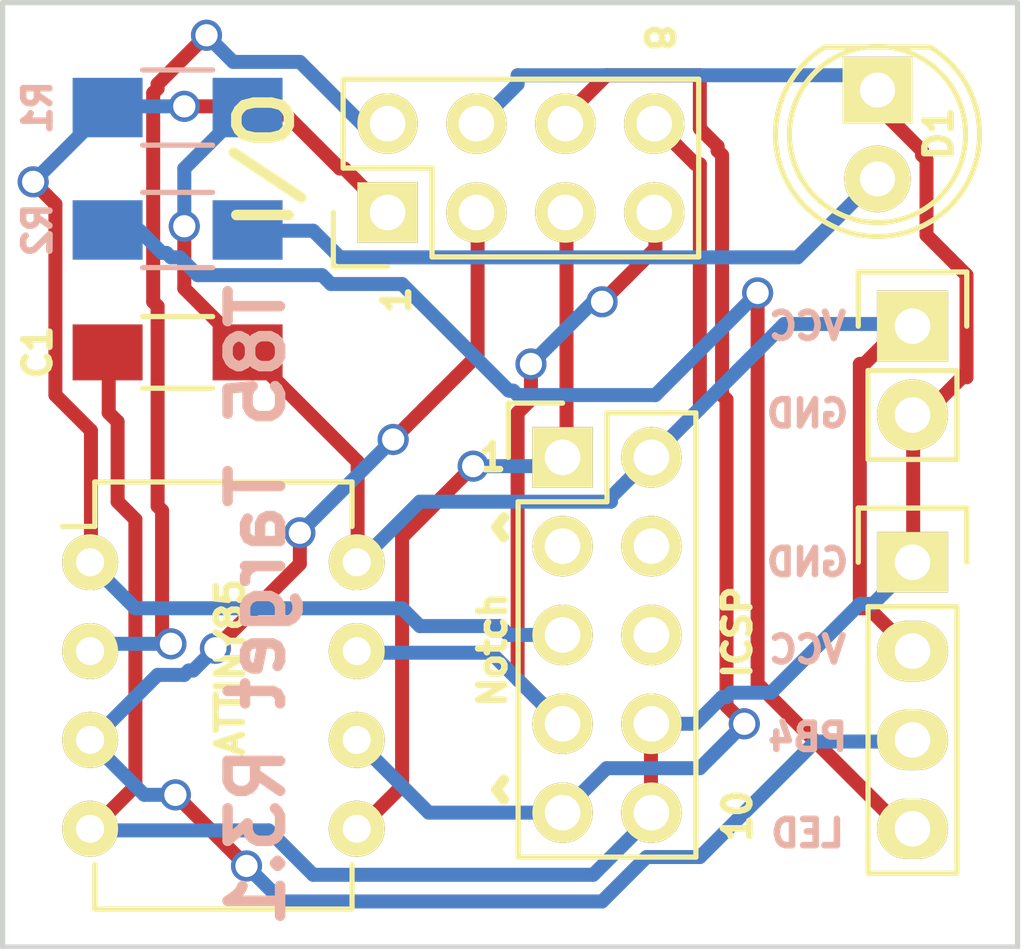
<source format=kicad_pcb>
(kicad_pcb (version 4) (host pcbnew 4.0.1-stable)

  (general
    (links 27)
    (no_connects 0)
    (area 125.783999 97.575 155.912 125.075001)
    (thickness 1.6)
    (drawings 25)
    (tracks 234)
    (zones 0)
    (modules 9)
    (nets 14)
  )

  (page A4)
  (layers
    (0 F.Cu signal)
    (31 B.Cu signal)
    (32 B.Adhes user)
    (33 F.Adhes user)
    (34 B.Paste user)
    (35 F.Paste user)
    (36 B.SilkS user)
    (37 F.SilkS user)
    (38 B.Mask user)
    (39 F.Mask user)
    (40 Dwgs.User user)
    (41 Cmts.User user)
    (42 Eco1.User user)
    (43 Eco2.User user)
    (44 Edge.Cuts user)
    (45 Margin user)
    (46 B.CrtYd user)
    (47 F.CrtYd user)
    (48 B.Fab user)
    (49 F.Fab user)
  )

  (setup
    (last_trace_width 0.4)
    (trace_clearance 0.2)
    (zone_clearance 0.508)
    (zone_45_only no)
    (trace_min 0.4)
    (segment_width 0.2)
    (edge_width 0.15)
    (via_size 0.889)
    (via_drill 0.635)
    (via_min_size 0.889)
    (via_min_drill 0.508)
    (uvia_size 0.508)
    (uvia_drill 0.127)
    (uvias_allowed no)
    (uvia_min_size 0.508)
    (uvia_min_drill 0.127)
    (pcb_text_width 0.3)
    (pcb_text_size 1.5 1.5)
    (mod_edge_width 0.15)
    (mod_text_size 1 1)
    (mod_text_width 0.15)
    (pad_size 1.524 1.524)
    (pad_drill 0.762)
    (pad_to_mask_clearance 0.2)
    (aux_axis_origin 0 0)
    (visible_elements 7FFFFFFF)
    (pcbplotparams
      (layerselection 0x010f0_80000001)
      (usegerberextensions false)
      (excludeedgelayer true)
      (linewidth 0.100000)
      (plotframeref false)
      (viasonmask false)
      (mode 1)
      (useauxorigin false)
      (hpglpennumber 1)
      (hpglpenspeed 20)
      (hpglpendiameter 15)
      (hpglpenoverlay 2)
      (psnegative false)
      (psa4output false)
      (plotreference true)
      (plotvalue true)
      (plotinvisibletext false)
      (padsonsilk false)
      (subtractmaskfromsilk false)
      (outputformat 1)
      (mirror false)
      (drillshape 0)
      (scaleselection 1)
      (outputdirectory ""))
  )

  (net 0 "")
  (net 1 +5V)
  (net 2 GND)
  (net 3 "Net-(D1-Pad2)")
  (net 4 1)
  (net 5 2)
  (net 6 3)
  (net 7 5)
  (net 8 6)
  (net 9 7)
  (net 10 "Net-(P1-Pad3)")
  (net 11 "Net-(P1-Pad4)")
  (net 12 "Net-(P1-Pad6)")
  (net 13 LED)

  (net_class Default "This is the default net class."
    (clearance 0.2)
    (trace_width 0.4)
    (via_dia 0.889)
    (via_drill 0.635)
    (uvia_dia 0.508)
    (uvia_drill 0.127)
    (add_net +5V)
    (add_net 1)
    (add_net 2)
    (add_net 3)
    (add_net 5)
    (add_net 6)
    (add_net 7)
    (add_net GND)
    (add_net LED)
    (add_net "Net-(D1-Pad2)")
    (add_net "Net-(P1-Pad3)")
    (add_net "Net-(P1-Pad4)")
    (add_net "Net-(P1-Pad6)")
  )

  (module Pin_Headers:Pin_Header_Straight_2x04 (layer F.Cu) (tedit 573F66CD) (tstamp 573F5F5A)
    (at 137 104 90)
    (descr "Through hole pin header")
    (tags "pin header")
    (path /568AA883)
    (fp_text reference "" (at 0 -5.1 90) (layer F.SilkS)
      (effects (font (size 1 1) (thickness 0.15)))
    )
    (fp_text value "" (at 0 -3.1 90) (layer F.Fab)
      (effects (font (size 1 1) (thickness 0.15)))
    )
    (fp_line (start -1.75 -1.75) (end -1.75 9.4) (layer F.CrtYd) (width 0.05))
    (fp_line (start 4.3 -1.75) (end 4.3 9.4) (layer F.CrtYd) (width 0.05))
    (fp_line (start -1.75 -1.75) (end 4.3 -1.75) (layer F.CrtYd) (width 0.05))
    (fp_line (start -1.75 9.4) (end 4.3 9.4) (layer F.CrtYd) (width 0.05))
    (fp_line (start -1.27 1.27) (end -1.27 8.89) (layer F.SilkS) (width 0.15))
    (fp_line (start -1.27 8.89) (end 3.81 8.89) (layer F.SilkS) (width 0.15))
    (fp_line (start 3.81 8.89) (end 3.81 -1.27) (layer F.SilkS) (width 0.15))
    (fp_line (start 3.81 -1.27) (end 1.27 -1.27) (layer F.SilkS) (width 0.15))
    (fp_line (start 0 -1.55) (end -1.55 -1.55) (layer F.SilkS) (width 0.15))
    (fp_line (start 1.27 -1.27) (end 1.27 1.27) (layer F.SilkS) (width 0.15))
    (fp_line (start 1.27 1.27) (end -1.27 1.27) (layer F.SilkS) (width 0.15))
    (fp_line (start -1.55 -1.55) (end -1.55 0) (layer F.SilkS) (width 0.15))
    (pad 1 thru_hole rect (at 0 0 90) (size 1.7272 1.7272) (drill 1.016) (layers *.Cu *.Mask F.SilkS)
      (net 4 1))
    (pad 2 thru_hole oval (at 2.54 0 90) (size 1.7272 1.7272) (drill 1.016) (layers *.Cu *.Mask F.SilkS)
      (net 5 2))
    (pad 3 thru_hole oval (at 0 2.54 90) (size 1.7272 1.7272) (drill 1.016) (layers *.Cu *.Mask F.SilkS)
      (net 6 3))
    (pad 4 thru_hole oval (at 2.54 2.54 90) (size 1.7272 1.7272) (drill 1.016) (layers *.Cu *.Mask F.SilkS)
      (net 2 GND))
    (pad 5 thru_hole oval (at 0 5.08 90) (size 1.7272 1.7272) (drill 1.016) (layers *.Cu *.Mask F.SilkS)
      (net 7 5))
    (pad 6 thru_hole oval (at 2.54 5.08 90) (size 1.7272 1.7272) (drill 1.016) (layers *.Cu *.Mask F.SilkS)
      (net 8 6))
    (pad 7 thru_hole oval (at 0 7.62 90) (size 1.7272 1.7272) (drill 1.016) (layers *.Cu *.Mask F.SilkS)
      (net 9 7))
    (pad 8 thru_hole oval (at 2.54 7.62 90) (size 1.7272 1.7272) (drill 1.016) (layers *.Cu *.Mask F.SilkS)
      (net 1 +5V))
    (model Pin_Headers.3dshapes/Pin_Header_Straight_2x04.wrl
      (at (xyz 0.05 -0.15 0))
      (scale (xyz 1 1 1))
      (rotate (xyz 0 0 90))
    )
  )

  (module Pin_Headers:Pin_Header_Straight_2x05 (layer F.Cu) (tedit 573F6600) (tstamp 573F5F42)
    (at 142 111)
    (descr "Through hole pin header")
    (tags "pin header")
    (path /568AA822)
    (fp_text reference "" (at 0 -5.1) (layer F.SilkS)
      (effects (font (size 1 1) (thickness 0.15)))
    )
    (fp_text value "" (at 0 -3.1) (layer F.Fab)
      (effects (font (size 1 1) (thickness 0.15)))
    )
    (fp_line (start -1.75 -1.75) (end -1.75 11.95) (layer F.CrtYd) (width 0.05))
    (fp_line (start 4.3 -1.75) (end 4.3 11.95) (layer F.CrtYd) (width 0.05))
    (fp_line (start -1.75 -1.75) (end 4.3 -1.75) (layer F.CrtYd) (width 0.05))
    (fp_line (start -1.75 11.95) (end 4.3 11.95) (layer F.CrtYd) (width 0.05))
    (fp_line (start 3.81 -1.27) (end 3.81 11.43) (layer F.SilkS) (width 0.15))
    (fp_line (start 3.81 11.43) (end -1.27 11.43) (layer F.SilkS) (width 0.15))
    (fp_line (start -1.27 11.43) (end -1.27 1.27) (layer F.SilkS) (width 0.15))
    (fp_line (start 3.81 -1.27) (end 1.27 -1.27) (layer F.SilkS) (width 0.15))
    (fp_line (start 0 -1.55) (end -1.55 -1.55) (layer F.SilkS) (width 0.15))
    (fp_line (start 1.27 -1.27) (end 1.27 1.27) (layer F.SilkS) (width 0.15))
    (fp_line (start 1.27 1.27) (end -1.27 1.27) (layer F.SilkS) (width 0.15))
    (fp_line (start -1.55 -1.55) (end -1.55 0) (layer F.SilkS) (width 0.15))
    (pad 1 thru_hole rect (at 0 0) (size 1.7272 1.7272) (drill 1.016) (layers *.Cu *.Mask F.SilkS)
      (net 7 5))
    (pad 2 thru_hole oval (at 2.54 0) (size 1.7272 1.7272) (drill 1.016) (layers *.Cu *.Mask F.SilkS)
      (net 1 +5V))
    (pad 3 thru_hole oval (at 0 2.54) (size 1.7272 1.7272) (drill 1.016) (layers *.Cu *.Mask F.SilkS)
      (net 10 "Net-(P1-Pad3)"))
    (pad 4 thru_hole oval (at 2.54 2.54) (size 1.7272 1.7272) (drill 1.016) (layers *.Cu *.Mask F.SilkS)
      (net 11 "Net-(P1-Pad4)"))
    (pad 5 thru_hole oval (at 0 5.08) (size 1.7272 1.7272) (drill 1.016) (layers *.Cu *.Mask F.SilkS)
      (net 4 1))
    (pad 6 thru_hole oval (at 2.54 5.08) (size 1.7272 1.7272) (drill 1.016) (layers *.Cu *.Mask F.SilkS)
      (net 12 "Net-(P1-Pad6)"))
    (pad 7 thru_hole oval (at 0 7.62) (size 1.7272 1.7272) (drill 1.016) (layers *.Cu *.Mask F.SilkS)
      (net 9 7))
    (pad 8 thru_hole oval (at 2.54 7.62) (size 1.7272 1.7272) (drill 1.016) (layers *.Cu *.Mask F.SilkS)
      (net 2 GND))
    (pad 9 thru_hole oval (at 0 10.16) (size 1.7272 1.7272) (drill 1.016) (layers *.Cu *.Mask F.SilkS)
      (net 8 6))
    (pad 10 thru_hole oval (at 2.54 10.16) (size 1.7272 1.7272) (drill 1.016) (layers *.Cu *.Mask F.SilkS)
      (net 2 GND))
    (model Pin_Headers.3dshapes/Pin_Header_Straight_2x05.wrl
      (at (xyz 0.05 -0.2 0))
      (scale (xyz 1 1 1))
      (rotate (xyz 0 0 90))
    )
  )

  (module Capacitors_SMD:C_1206_HandSoldering (layer F.Cu) (tedit 573F660B) (tstamp 573F5F05)
    (at 131 108 180)
    (descr "Capacitor SMD 1206, hand soldering")
    (tags "capacitor 1206")
    (path /568AC324)
    (attr smd)
    (fp_text reference "" (at 0 -2.3 180) (layer F.SilkS)
      (effects (font (size 1 1) (thickness 0.15)))
    )
    (fp_text value "" (at 0 2.3 180) (layer F.Fab)
      (effects (font (size 1 1) (thickness 0.15)))
    )
    (fp_line (start -3.3 -1.15) (end 3.3 -1.15) (layer F.CrtYd) (width 0.05))
    (fp_line (start -3.3 1.15) (end 3.3 1.15) (layer F.CrtYd) (width 0.05))
    (fp_line (start -3.3 -1.15) (end -3.3 1.15) (layer F.CrtYd) (width 0.05))
    (fp_line (start 3.3 -1.15) (end 3.3 1.15) (layer F.CrtYd) (width 0.05))
    (fp_line (start 1 -1.025) (end -1 -1.025) (layer F.SilkS) (width 0.15))
    (fp_line (start -1 1.025) (end 1 1.025) (layer F.SilkS) (width 0.15))
    (pad 1 smd rect (at -2 0 180) (size 2 1.6) (layers F.Cu F.Paste F.Mask)
      (net 1 +5V))
    (pad 2 smd rect (at 2 0 180) (size 2 1.6) (layers F.Cu F.Paste F.Mask)
      (net 2 GND))
    (model Capacitors_SMD.3dshapes/C_1206_HandSoldering.wrl
      (at (xyz 0 0 0))
      (scale (xyz 1 1 1))
      (rotate (xyz 0 0 0))
    )
  )

  (module LEDs:LED-5MM (layer F.Cu) (tedit 573F65B8) (tstamp 573F5F11)
    (at 151 100.5 270)
    (descr "LED 5mm round vertical")
    (tags "LED 5mm round vertical")
    (path /568AA993)
    (fp_text reference "" (at 1.524 4.064 270) (layer F.SilkS)
      (effects (font (size 1 1) (thickness 0.15)))
    )
    (fp_text value "" (at 1.524 -3.937 270) (layer F.Fab)
      (effects (font (size 1 1) (thickness 0.15)))
    )
    (fp_line (start -1.5 -1.55) (end -1.5 1.55) (layer F.CrtYd) (width 0.05))
    (fp_arc (start 1.3 0) (end -1.5 1.55) (angle -302) (layer F.CrtYd) (width 0.05))
    (fp_arc (start 1.27 0) (end -1.23 -1.5) (angle 297.5) (layer F.SilkS) (width 0.15))
    (fp_line (start -1.23 1.5) (end -1.23 -1.5) (layer F.SilkS) (width 0.15))
    (fp_circle (center 1.27 0) (end 0.97 -2.5) (layer F.SilkS) (width 0.15))
    (fp_text user "" (at -1.905 1.905 270) (layer F.SilkS)
      (effects (font (size 1 1) (thickness 0.15)))
    )
    (pad 1 thru_hole rect (at 0 0) (size 2 1.9) (drill 1.00076) (layers *.Cu *.Mask F.SilkS)
      (net 2 GND))
    (pad 2 thru_hole circle (at 2.54 0 270) (size 1.9 1.9) (drill 1.00076) (layers *.Cu *.Mask F.SilkS)
      (net 3 "Net-(D1-Pad2)"))
    (model LEDs.3dshapes/LED-5MM.wrl
      (at (xyz 0.05 0 0))
      (scale (xyz 1 1 1))
      (rotate (xyz 0 0 90))
    )
  )

  (module Housings_DIP:DIP-8_W7.62mm (layer F.Cu) (tedit 573F6617) (tstamp 573F5F28)
    (at 128.5 114)
    (descr "8-lead dip package, row spacing 7.62 mm (300 mils)")
    (tags "dil dip 2.54 300")
    (path /568AA7DD)
    (fp_text reference "" (at 0 -5.22) (layer F.SilkS)
      (effects (font (size 1 1) (thickness 0.15)))
    )
    (fp_text value "" (at 0 -3.72) (layer F.Fab)
      (effects (font (size 1 1) (thickness 0.15)))
    )
    (fp_line (start -1.05 -2.45) (end -1.05 10.1) (layer F.CrtYd) (width 0.05))
    (fp_line (start 8.65 -2.45) (end 8.65 10.1) (layer F.CrtYd) (width 0.05))
    (fp_line (start -1.05 -2.45) (end 8.65 -2.45) (layer F.CrtYd) (width 0.05))
    (fp_line (start -1.05 10.1) (end 8.65 10.1) (layer F.CrtYd) (width 0.05))
    (fp_line (start 0.135 -2.295) (end 0.135 -1.025) (layer F.SilkS) (width 0.15))
    (fp_line (start 7.485 -2.295) (end 7.485 -1.025) (layer F.SilkS) (width 0.15))
    (fp_line (start 7.485 9.915) (end 7.485 8.645) (layer F.SilkS) (width 0.15))
    (fp_line (start 0.135 9.915) (end 0.135 8.645) (layer F.SilkS) (width 0.15))
    (fp_line (start 0.135 -2.295) (end 7.485 -2.295) (layer F.SilkS) (width 0.15))
    (fp_line (start 0.135 9.915) (end 7.485 9.915) (layer F.SilkS) (width 0.15))
    (fp_line (start 0.135 -1.025) (end -0.8 -1.025) (layer F.SilkS) (width 0.15))
    (pad 1 thru_hole oval (at 0 0) (size 1.6 1.6) (drill 0.8) (layers *.Cu *.Mask F.SilkS)
      (net 4 1))
    (pad 2 thru_hole oval (at 0 2.54) (size 1.6 1.6) (drill 0.8) (layers *.Cu *.Mask F.SilkS)
      (net 5 2))
    (pad 3 thru_hole oval (at 0 5.08) (size 1.6 1.6) (drill 0.8) (layers *.Cu *.Mask F.SilkS)
      (net 6 3))
    (pad 4 thru_hole oval (at 0 7.62) (size 1.6 1.6) (drill 0.8) (layers *.Cu *.Mask F.SilkS)
      (net 2 GND))
    (pad 5 thru_hole oval (at 7.62 7.62) (size 1.6 1.6) (drill 0.8) (layers *.Cu *.Mask F.SilkS)
      (net 7 5))
    (pad 6 thru_hole oval (at 7.62 5.08) (size 1.6 1.6) (drill 0.8) (layers *.Cu *.Mask F.SilkS)
      (net 8 6))
    (pad 7 thru_hole oval (at 7.62 2.54) (size 1.6 1.6) (drill 0.8) (layers *.Cu *.Mask F.SilkS)
      (net 9 7))
    (pad 8 thru_hole oval (at 7.62 0) (size 1.6 1.6) (drill 0.8) (layers *.Cu *.Mask F.SilkS)
      (net 1 +5V))
    (model Housings_DIP.3dshapes/DIP-8_W7.62mm.wrl
      (at (xyz 0 0 0))
      (scale (xyz 1 1 1))
      (rotate (xyz 0 0 0))
    )
  )

  (module Pin_Headers:Pin_Header_Straight_1x04 (layer F.Cu) (tedit 573F6A9F) (tstamp 573F5F6D)
    (at 152 114)
    (descr "Through hole pin header")
    (tags "pin header")
    (path /56B255A8)
    (fp_text reference "" (at 0 -5.1) (layer F.SilkS)
      (effects (font (size 1 1) (thickness 0.15)))
    )
    (fp_text value "" (at 0 -3.1) (layer F.Fab)
      (effects (font (size 1 1) (thickness 0.15)))
    )
    (fp_line (start -1.75 -1.75) (end -1.75 9.4) (layer F.CrtYd) (width 0.05))
    (fp_line (start 1.75 -1.75) (end 1.75 9.4) (layer F.CrtYd) (width 0.05))
    (fp_line (start -1.75 -1.75) (end 1.75 -1.75) (layer F.CrtYd) (width 0.05))
    (fp_line (start -1.75 9.4) (end 1.75 9.4) (layer F.CrtYd) (width 0.05))
    (fp_line (start -1.27 1.27) (end -1.27 8.89) (layer F.SilkS) (width 0.15))
    (fp_line (start 1.27 1.27) (end 1.27 8.89) (layer F.SilkS) (width 0.15))
    (fp_line (start 1.55 -1.55) (end 1.55 0) (layer F.SilkS) (width 0.15))
    (fp_line (start -1.27 8.89) (end 1.27 8.89) (layer F.SilkS) (width 0.15))
    (fp_line (start 1.27 1.27) (end -1.27 1.27) (layer F.SilkS) (width 0.15))
    (fp_line (start -1.55 0) (end -1.55 -1.55) (layer F.SilkS) (width 0.15))
    (fp_line (start -1.55 -1.55) (end 1.55 -1.55) (layer F.SilkS) (width 0.15))
    (pad 1 thru_hole rect (at 0 0) (size 2.032 1.7272) (drill 1.016) (layers *.Cu *.Mask F.SilkS)
      (net 2 GND))
    (pad 2 thru_hole oval (at 0 2.54) (size 2.032 1.7272) (drill 1.016) (layers *.Cu *.Mask F.SilkS)
      (net 1 +5V))
    (pad 3 thru_hole oval (at 0 5.08) (size 2.032 1.7272) (drill 1.016) (layers *.Cu *.Mask F.SilkS)
      (net 6 3))
    (pad 4 thru_hole oval (at 0 7.62) (size 2.032 1.7272) (drill 1.016) (layers *.Cu *.Mask F.SilkS)
      (net 13 LED))
    (model Pin_Headers.3dshapes/Pin_Header_Straight_1x04.wrl
      (at (xyz 0 -0.15 0))
      (scale (xyz 1 1 1))
      (rotate (xyz 0 0 90))
    )
  )

  (module Pin_Headers:Pin_Header_Straight_1x02 (layer F.Cu) (tedit 573F65B0) (tstamp 573F5F7E)
    (at 152 107.25)
    (descr "Through hole pin header")
    (tags "pin header")
    (path /56B29C59)
    (fp_text reference "" (at 0 -5.1) (layer F.SilkS)
      (effects (font (size 1 1) (thickness 0.15)))
    )
    (fp_text value "" (at 0 -3.1) (layer F.Fab)
      (effects (font (size 1 1) (thickness 0.15)))
    )
    (fp_line (start 1.27 1.27) (end 1.27 3.81) (layer F.SilkS) (width 0.15))
    (fp_line (start 1.55 -1.55) (end 1.55 0) (layer F.SilkS) (width 0.15))
    (fp_line (start -1.75 -1.75) (end -1.75 4.3) (layer F.CrtYd) (width 0.05))
    (fp_line (start 1.75 -1.75) (end 1.75 4.3) (layer F.CrtYd) (width 0.05))
    (fp_line (start -1.75 -1.75) (end 1.75 -1.75) (layer F.CrtYd) (width 0.05))
    (fp_line (start -1.75 4.3) (end 1.75 4.3) (layer F.CrtYd) (width 0.05))
    (fp_line (start 1.27 1.27) (end -1.27 1.27) (layer F.SilkS) (width 0.15))
    (fp_line (start -1.55 0) (end -1.55 -1.55) (layer F.SilkS) (width 0.15))
    (fp_line (start -1.55 -1.55) (end 1.55 -1.55) (layer F.SilkS) (width 0.15))
    (fp_line (start -1.27 1.27) (end -1.27 3.81) (layer F.SilkS) (width 0.15))
    (fp_line (start -1.27 3.81) (end 1.27 3.81) (layer F.SilkS) (width 0.15))
    (pad 1 thru_hole rect (at 0 0) (size 2.032 2.032) (drill 1.016) (layers *.Cu *.Mask F.SilkS)
      (net 1 +5V))
    (pad 2 thru_hole oval (at 0 2.54) (size 2.032 2.032) (drill 1.016) (layers *.Cu *.Mask F.SilkS)
      (net 2 GND))
    (model Pin_Headers.3dshapes/Pin_Header_Straight_1x02.wrl
      (at (xyz 0 -0.05 0))
      (scale (xyz 1 1 1))
      (rotate (xyz 0 0 90))
    )
  )

  (module Resistors_SMD:R_1206_HandSoldering (layer B.Cu) (tedit 573F6512) (tstamp 573F5F8A)
    (at 131 101)
    (descr "Resistor SMD 1206, hand soldering")
    (tags "resistor 1206")
    (path /568AAA9F)
    (attr smd)
    (fp_text reference "" (at 0 2.3) (layer B.SilkS)
      (effects (font (size 1 1) (thickness 0.15)) (justify mirror))
    )
    (fp_text value "" (at 0 -2.3) (layer B.Fab)
      (effects (font (size 1 1) (thickness 0.15)) (justify mirror))
    )
    (fp_line (start -3.3 1.2) (end 3.3 1.2) (layer B.CrtYd) (width 0.05))
    (fp_line (start -3.3 -1.2) (end 3.3 -1.2) (layer B.CrtYd) (width 0.05))
    (fp_line (start -3.3 1.2) (end -3.3 -1.2) (layer B.CrtYd) (width 0.05))
    (fp_line (start 3.3 1.2) (end 3.3 -1.2) (layer B.CrtYd) (width 0.05))
    (fp_line (start 1 -1.075) (end -1 -1.075) (layer B.SilkS) (width 0.15))
    (fp_line (start -1 1.075) (end 1 1.075) (layer B.SilkS) (width 0.15))
    (pad 1 smd rect (at -2 0) (size 2 1.7) (layers B.Cu B.Paste B.Mask)
      (net 4 1))
    (pad 2 smd rect (at 2 0) (size 2 1.7) (layers B.Cu B.Paste B.Mask)
      (net 1 +5V))
    (model Resistors_SMD.3dshapes/R_1206_HandSoldering.wrl
      (at (xyz 0 0 0))
      (scale (xyz 1 1 1))
      (rotate (xyz 0 0 0))
    )
  )

  (module Resistors_SMD:R_1206_HandSoldering (layer B.Cu) (tedit 573F651A) (tstamp 573F5F96)
    (at 131 104.5)
    (descr "Resistor SMD 1206, hand soldering")
    (tags "resistor 1206")
    (path /568AAA16)
    (attr smd)
    (fp_text reference "" (at 0 2.3) (layer B.SilkS)
      (effects (font (size 1 1) (thickness 0.15)) (justify mirror))
    )
    (fp_text value "" (at 0 -2.3) (layer B.Fab)
      (effects (font (size 1 1) (thickness 0.15)) (justify mirror))
    )
    (fp_line (start -3.3 1.2) (end 3.3 1.2) (layer B.CrtYd) (width 0.05))
    (fp_line (start -3.3 -1.2) (end 3.3 -1.2) (layer B.CrtYd) (width 0.05))
    (fp_line (start -3.3 1.2) (end -3.3 -1.2) (layer B.CrtYd) (width 0.05))
    (fp_line (start 3.3 1.2) (end 3.3 -1.2) (layer B.CrtYd) (width 0.05))
    (fp_line (start 1 -1.075) (end -1 -1.075) (layer B.SilkS) (width 0.15))
    (fp_line (start -1 1.075) (end 1 1.075) (layer B.SilkS) (width 0.15))
    (pad 1 smd rect (at -2 0) (size 2 1.7) (layers B.Cu B.Paste B.Mask)
      (net 13 LED))
    (pad 2 smd rect (at 2 0) (size 2 1.7) (layers B.Cu B.Paste B.Mask)
      (net 3 "Net-(D1-Pad2)"))
    (model Resistors_SMD.3dshapes/R_1206_HandSoldering.wrl
      (at (xyz 0 0 0))
      (scale (xyz 1 1 1))
      (rotate (xyz 0 0 0))
    )
  )

  (gr_line (start 155 125) (end 155 98) (angle 90) (layer Edge.Cuts) (width 0.15))
  (gr_line (start 126 98) (end 126 125) (angle 90) (layer Edge.Cuts) (width 0.15))
  (gr_line (start 155 98) (end 126 98) (angle 90) (layer Edge.Cuts) (width 0.15))
  (gr_line (start 126 125) (end 155 125) (angle 90) (layer Edge.Cuts) (width 0.15))
  (gr_text PB4 (at 149 119) (layer B.SilkS)
    (effects (font (size 0.75 0.75) (thickness 0.1875)) (justify mirror))
  )
  (gr_text I/O (at 133.5 102.5 90) (layer F.SilkS)
    (effects (font (size 1.5 1.5) (thickness 0.3)))
  )
  (gr_text "T85 Target R3.1" (at 133.25 115.25 90) (layer B.SilkS)
    (effects (font (size 1.5 1.5) (thickness 0.3)) (justify mirror))
  )
  (gr_text D1 (at 152.75 101.75 90) (layer F.SilkS)
    (effects (font (size 0.75 0.75) (thickness 0.1875)))
  )
  (gr_text 8 (at 144.75 99 270) (layer F.SilkS)
    (effects (font (size 0.75 0.75) (thickness 0.1875)))
  )
  (gr_text 1 (at 137.25 106.5 90) (layer F.SilkS)
    (effects (font (size 0.75 0.75) (thickness 0.1875)))
  )
  (gr_text Notch (at 140 116.5 90) (layer F.SilkS)
    (effects (font (size 0.75 0.75) (thickness 0.1875)))
  )
  (gr_text ^ (at 141 120.5 90) (layer F.SilkS)
    (effects (font (size 1.5 1.5) (thickness 0.3)))
  )
  (gr_text ^ (at 141 113 90) (layer F.SilkS)
    (effects (font (size 1.5 1.5) (thickness 0.3)))
  )
  (gr_text LED (at 149 121.75) (layer B.SilkS)
    (effects (font (size 0.75 0.75) (thickness 0.1875)) (justify mirror))
  )
  (gr_text VCC (at 149 116.5) (layer B.SilkS)
    (effects (font (size 0.75 0.75) (thickness 0.1875)) (justify mirror))
  )
  (gr_text GND (at 149 114) (layer B.SilkS)
    (effects (font (size 0.75 0.75) (thickness 0.1875)) (justify mirror))
  )
  (gr_text GND (at 149 109.75) (layer B.SilkS)
    (effects (font (size 0.75 0.75) (thickness 0.1875)) (justify mirror))
  )
  (gr_text VCC (at 149 107.25) (layer B.SilkS)
    (effects (font (size 0.75 0.75) (thickness 0.1875)) (justify mirror))
  )
  (gr_text R1 (at 127 101 90) (layer B.SilkS)
    (effects (font (size 0.75 0.75) (thickness 0.1875)) (justify mirror))
  )
  (gr_text R2 (at 127 104.5 90) (layer B.SilkS)
    (effects (font (size 0.75 0.75) (thickness 0.1875)) (justify mirror))
  )
  (gr_text C1 (at 127 108 90) (layer F.SilkS)
    (effects (font (size 0.75 0.75) (thickness 0.1875)))
  )
  (gr_text ATTINY85 (at 132.5 117 90) (layer F.SilkS)
    (effects (font (size 0.75 0.75) (thickness 0.1875)))
  )
  (gr_text 10 (at 147 121.25 90) (layer F.SilkS)
    (effects (font (size 0.75 0.75) (thickness 0.1875)))
  )
  (gr_text 1 (at 140 111) (layer F.SilkS)
    (effects (font (size 0.75 0.75) (thickness 0.1875)))
  )
  (gr_text ICSP (at 147 116 90) (layer F.SilkS)
    (effects (font (size 0.75 0.75) (thickness 0.1875)))
  )

  (segment (start 144.54 111) (end 144.526 110.998) (width 0.4) (layer B.Cu) (net 1) (status 80000))
  (segment (start 144.526 110.998) (end 148.336 107.188) (width 0.4) (layer B.Cu) (net 1) (status 80000))
  (segment (start 148.336 107.188) (end 152.019 107.188) (width 0.4) (layer B.Cu) (net 1) (status 80000))
  (segment (start 152.019 107.188) (end 152 107.25) (width 0.4) (layer B.Cu) (net 1) (tstamp 573F6D1A) (status 80000))
  (segment (start 136.12 114) (end 136.144 114.046) (width 0.4) (layer B.Cu) (net 1) (status 80000))
  (segment (start 136.144 114.046) (end 137.922 112.268) (width 0.4) (layer B.Cu) (net 1) (status 80000))
  (segment (start 137.922 112.268) (end 143.383 112.268) (width 0.4) (layer B.Cu) (net 1) (status 80000))
  (segment (start 143.383 112.268) (end 143.383 112.141) (width 0.4) (layer B.Cu) (net 1) (status 80000))
  (segment (start 143.383 112.141) (end 144.526 110.998) (width 0.4) (layer B.Cu) (net 1) (status 80000))
  (segment (start 144.526 110.998) (end 144.54 111) (width 0.4) (layer B.Cu) (net 1) (tstamp 573F6D17) (status 80000))
  (segment (start 133 108) (end 132.969 107.95) (width 0.4) (layer F.Cu) (net 1) (status 80000))
  (segment (start 132.969 107.95) (end 136.144 111.125) (width 0.4) (layer F.Cu) (net 1) (status 80000))
  (segment (start 136.144 111.125) (end 136.144 114.046) (width 0.4) (layer F.Cu) (net 1) (status 80000))
  (segment (start 136.144 114.046) (end 136.12 114) (width 0.4) (layer F.Cu) (net 1) (tstamp 573F6D15) (status 80000))
  (segment (start 144.54 111) (end 144.526 110.998) (width 0.4) (layer F.Cu) (net 1) (status 80000))
  (segment (start 144.526 110.998) (end 145.923 109.601) (width 0.4) (layer F.Cu) (net 1) (status 80000))
  (segment (start 145.923 109.601) (end 145.923 102.616) (width 0.4) (layer F.Cu) (net 1) (status 80000))
  (segment (start 145.923 102.616) (end 145.796 102.616) (width 0.4) (layer F.Cu) (net 1) (status 80000))
  (segment (start 145.796 102.616) (end 144.653 101.473) (width 0.4) (layer F.Cu) (net 1) (status 80000))
  (segment (start 144.653 101.473) (end 144.62 101.46) (width 0.4) (layer F.Cu) (net 1) (tstamp 573F6D0D) (status 80000))
  (segment (start 152 107.25) (end 152.019 107.188) (width 0.4) (layer F.Cu) (net 1) (status 80000))
  (segment (start 152.019 107.188) (end 151.765 107.188) (width 0.4) (layer F.Cu) (net 1) (status 80000))
  (segment (start 151.765 107.188) (end 150.622 108.331) (width 0.4) (layer F.Cu) (net 1) (status 80000))
  (segment (start 150.622 108.331) (end 150.495 108.331) (width 0.4) (layer F.Cu) (net 1) (status 80000))
  (segment (start 150.495 108.331) (end 150.495 115.316) (width 0.4) (layer F.Cu) (net 1) (status 80000))
  (segment (start 150.495 115.316) (end 150.749 115.316) (width 0.4) (layer F.Cu) (net 1) (status 80000))
  (segment (start 150.749 115.316) (end 152.019 116.586) (width 0.4) (layer F.Cu) (net 1) (status 80000))
  (segment (start 152.019 116.586) (end 152 116.54) (width 0.4) (layer F.Cu) (net 1) (tstamp 573F6D0C) (status 80000))
  (segment (start 133 108) (end 132.969 107.95) (width 0.4) (layer F.Cu) (net 1) (status 80000))
  (segment (start 132.969 107.95) (end 131.191 106.172) (width 0.4) (layer F.Cu) (net 1) (status 80000))
  (segment (start 131.191 106.172) (end 131.191 104.394) (width 0.4) (layer F.Cu) (net 1) (status 80000))
  (via (at 131.191 104.394) (size 0.889) (layers F.Cu B.Cu) (net 1) (status 80000))
  (segment (start 131.191 104.394) (end 131.191 102.743) (width 0.4) (layer B.Cu) (net 1) (status 80000))
  (segment (start 131.191 102.743) (end 132.969 100.965) (width 0.4) (layer B.Cu) (net 1) (status 80000))
  (segment (start 132.969 100.965) (end 133 101) (width 0.4) (layer B.Cu) (net 1) (tstamp 573F6D0A) (status 80000))
  (segment (start 133 101) (end 132.969 100.965) (width 0.4) (layer B.Cu) (net 1) (status 80000))
  (segment (start 132.969 100.965) (end 133 101) (width 0.4) (layer B.Cu) (net 1) (tstamp 56B27A60) (status 80000))
  (segment (start 133 108) (end 132.969 107.95) (width 0.4) (layer F.Cu) (net 1) (status 80000))
  (segment (start 133 108) (end 132.969 107.95) (width 0.4) (layer F.Cu) (net 1) (status 80000))
  (segment (start 152 114) (end 152.019 114.046) (width 0.4) (layer B.Cu) (net 2) (status 80000))
  (segment (start 152.019 114.046) (end 150.876 115.189) (width 0.4) (layer B.Cu) (net 2) (status 80000))
  (segment (start 150.876 115.189) (end 150.495 115.189) (width 0.4) (layer B.Cu) (net 2) (status 80000))
  (segment (start 150.495 115.189) (end 147.955 117.729) (width 0.4) (layer B.Cu) (net 2) (status 80000))
  (segment (start 147.955 117.729) (end 146.812 117.729) (width 0.4) (layer B.Cu) (net 2) (status 80000))
  (segment (start 146.812 117.729) (end 146.685 117.856) (width 0.4) (layer B.Cu) (net 2) (status 80000))
  (segment (start 146.685 117.856) (end 146.558 117.856) (width 0.4) (layer B.Cu) (net 2) (status 80000))
  (segment (start 146.558 117.856) (end 145.796 118.618) (width 0.4) (layer B.Cu) (net 2) (status 80000))
  (segment (start 145.796 118.618) (end 144.526 118.618) (width 0.4) (layer B.Cu) (net 2) (status 80000))
  (segment (start 144.526 118.618) (end 144.54 118.62) (width 0.4) (layer B.Cu) (net 2) (tstamp 573F6D1E) (status 80000))
  (segment (start 144.54 121.16) (end 144.526 121.158) (width 0.4) (layer B.Cu) (net 2) (status 80000))
  (segment (start 144.526 121.158) (end 144.526 121.285) (width 0.4) (layer B.Cu) (net 2) (status 80000))
  (segment (start 144.526 121.285) (end 142.875 122.936) (width 0.4) (layer B.Cu) (net 2) (status 80000))
  (segment (start 142.875 122.936) (end 134.874 122.936) (width 0.4) (layer B.Cu) (net 2) (status 80000))
  (segment (start 134.874 122.936) (end 133.604 121.666) (width 0.4) (layer B.Cu) (net 2) (status 80000))
  (segment (start 133.604 121.666) (end 128.524 121.666) (width 0.4) (layer B.Cu) (net 2) (status 80000))
  (segment (start 128.524 121.666) (end 128.5 121.62) (width 0.4) (layer B.Cu) (net 2) (tstamp 573F6D14) (status 80000))
  (segment (start 128.5 121.62) (end 128.524 121.666) (width 0.4) (layer F.Cu) (net 2) (status 80000))
  (segment (start 128.524 121.666) (end 129.794 120.396) (width 0.4) (layer F.Cu) (net 2) (status 80000))
  (segment (start 129.794 120.396) (end 129.794 112.776) (width 0.4) (layer F.Cu) (net 2) (status 80000))
  (segment (start 129.794 112.776) (end 129.286 112.268) (width 0.4) (layer F.Cu) (net 2) (status 80000))
  (segment (start 129.286 112.268) (end 129.286 109.982) (width 0.4) (layer F.Cu) (net 2) (status 80000))
  (segment (start 129.286 109.982) (end 129.032 109.728) (width 0.4) (layer F.Cu) (net 2) (status 80000))
  (segment (start 129.032 109.728) (end 129.032 107.95) (width 0.4) (layer F.Cu) (net 2) (status 80000))
  (segment (start 129.032 107.95) (end 129 108) (width 0.4) (layer F.Cu) (net 2) (tstamp 573F6D13) (status 80000))
  (segment (start 151 100.5) (end 151.003 100.457) (width 0.4) (layer B.Cu) (net 2) (status 80000))
  (segment (start 151.003 100.457) (end 150.622 100.076) (width 0.4) (layer B.Cu) (net 2) (status 80000))
  (segment (start 150.622 100.076) (end 140.716 100.076) (width 0.4) (layer B.Cu) (net 2) (status 80000))
  (segment (start 140.716 100.076) (end 140.716 100.33) (width 0.4) (layer B.Cu) (net 2) (status 80000))
  (segment (start 140.716 100.33) (end 139.573 101.473) (width 0.4) (layer B.Cu) (net 2) (status 80000))
  (segment (start 139.573 101.473) (end 139.54 101.46) (width 0.4) (layer B.Cu) (net 2) (tstamp 573F6D11) (status 80000))
  (segment (start 152 109.79) (end 152.019 109.728) (width 0.4) (layer F.Cu) (net 2) (status 80000))
  (segment (start 152.019 109.728) (end 152.4 109.728) (width 0.4) (layer F.Cu) (net 2) (status 80000))
  (segment (start 152.4 109.728) (end 153.416 108.712) (width 0.4) (layer F.Cu) (net 2) (status 80000))
  (segment (start 153.416 108.712) (end 153.543 108.712) (width 0.4) (layer F.Cu) (net 2) (status 80000))
  (segment (start 153.543 108.712) (end 153.543 105.791) (width 0.4) (layer F.Cu) (net 2) (status 80000))
  (segment (start 153.543 105.791) (end 152.4 104.648) (width 0.4) (layer F.Cu) (net 2) (status 80000))
  (segment (start 152.4 104.648) (end 152.4 102.489) (width 0.4) (layer F.Cu) (net 2) (status 80000))
  (segment (start 152.4 102.489) (end 152.273 102.362) (width 0.4) (layer F.Cu) (net 2) (status 80000))
  (segment (start 152.273 102.362) (end 152.273 102.235) (width 0.4) (layer F.Cu) (net 2) (status 80000))
  (segment (start 152.273 102.235) (end 151.003 100.965) (width 0.4) (layer F.Cu) (net 2) (status 80000))
  (segment (start 151.003 100.965) (end 151.003 100.457) (width 0.4) (layer F.Cu) (net 2) (status 80000))
  (segment (start 151.003 100.457) (end 151 100.5) (width 0.4) (layer F.Cu) (net 2) (tstamp 573F6D0E) (status 80000))
  (segment (start 152 114) (end 152.019 114.046) (width 0.4) (layer F.Cu) (net 2) (status 80000))
  (segment (start 152.019 114.046) (end 152.019 109.728) (width 0.4) (layer F.Cu) (net 2) (status 80000))
  (segment (start 152.019 109.728) (end 152 109.79) (width 0.4) (layer F.Cu) (net 2) (tstamp 573F6D09) (status 80000))
  (segment (start 144.54 118.62) (end 144.526 118.618) (width 0.4) (layer F.Cu) (net 2) (status 80000))
  (segment (start 144.526 118.618) (end 144.526 121.158) (width 0.4) (layer F.Cu) (net 2) (status 80000))
  (segment (start 144.526 121.158) (end 144.54 121.16) (width 0.4) (layer F.Cu) (net 2) (tstamp 573F6D08) (status 80000))
  (segment (start 151 103.04) (end 151.003 102.997) (width 0.4) (layer B.Cu) (net 3) (status 80000))
  (segment (start 151.003 102.997) (end 148.717 105.283) (width 0.4) (layer B.Cu) (net 3) (status 80000))
  (segment (start 148.717 105.283) (end 135.636 105.283) (width 0.4) (layer B.Cu) (net 3) (status 80000))
  (segment (start 135.636 105.283) (end 134.874 104.521) (width 0.4) (layer B.Cu) (net 3) (status 80000))
  (segment (start 134.874 104.521) (end 132.969 104.521) (width 0.4) (layer B.Cu) (net 3) (status 80000))
  (segment (start 132.969 104.521) (end 133 104.5) (width 0.4) (layer B.Cu) (net 3) (tstamp 573F6D1B) (status 80000))
  (segment (start 128.5 114) (end 128.524 114.046) (width 0.4) (layer B.Cu) (net 4) (status 80000))
  (segment (start 128.524 114.046) (end 129.794 115.316) (width 0.4) (layer B.Cu) (net 4) (status 80000))
  (segment (start 129.794 115.316) (end 137.414 115.316) (width 0.4) (layer B.Cu) (net 4) (status 80000))
  (segment (start 137.414 115.316) (end 137.922 115.824) (width 0.4) (layer B.Cu) (net 4) (status 80000))
  (segment (start 137.922 115.824) (end 140.208 115.824) (width 0.4) (layer B.Cu) (net 4) (status 80000))
  (segment (start 140.208 115.824) (end 140.462 116.078) (width 0.4) (layer B.Cu) (net 4) (status 80000))
  (segment (start 140.462 116.078) (end 141.986 116.078) (width 0.4) (layer B.Cu) (net 4) (status 80000))
  (segment (start 141.986 116.078) (end 142 116.08) (width 0.4) (layer B.Cu) (net 4) (tstamp 573F6D18) (status 80000))
  (segment (start 129 101) (end 129.032 100.965) (width 0.4) (layer B.Cu) (net 4) (status 80000))
  (segment (start 129.032 100.965) (end 131.191 100.965) (width 0.4) (layer B.Cu) (net 4) (status 80000))
  (via (at 131.191 100.965) (size 0.889) (layers F.Cu B.Cu) (net 4) (status 80000))
  (segment (start 131.191 100.965) (end 133.858 100.965) (width 0.4) (layer F.Cu) (net 4) (status 80000))
  (segment (start 133.858 100.965) (end 135.636 102.743) (width 0.4) (layer F.Cu) (net 4) (status 80000))
  (segment (start 135.636 102.743) (end 135.763 102.743) (width 0.4) (layer F.Cu) (net 4) (status 80000))
  (segment (start 135.763 102.743) (end 137.033 104.013) (width 0.4) (layer F.Cu) (net 4) (status 80000))
  (segment (start 137.033 104.013) (end 137 104) (width 0.4) (layer F.Cu) (net 4) (tstamp 573F6D16) (status 80000))
  (segment (start 129 101) (end 129.032 100.965) (width 0.4) (layer B.Cu) (net 4) (status 80000))
  (segment (start 129.032 100.965) (end 126.873 103.124) (width 0.4) (layer B.Cu) (net 4) (status 80000))
  (via (at 126.873 103.124) (size 0.889) (layers F.Cu B.Cu) (net 4) (status 80000))
  (segment (start 126.873 103.124) (end 127.508 103.759) (width 0.4) (layer F.Cu) (net 4) (status 80000))
  (segment (start 127.508 103.759) (end 127.508 109.22) (width 0.4) (layer F.Cu) (net 4) (status 80000))
  (segment (start 127.508 109.22) (end 128.524 110.236) (width 0.4) (layer F.Cu) (net 4) (status 80000))
  (segment (start 128.524 110.236) (end 128.524 114.046) (width 0.4) (layer F.Cu) (net 4) (status 80000))
  (segment (start 128.524 114.046) (end 128.5 114) (width 0.4) (layer F.Cu) (net 4) (tstamp 573F6D12) (status 80000))
  (segment (start 128.5 116.54) (end 128.524 116.586) (width 0.4) (layer B.Cu) (net 5) (status 80000))
  (segment (start 128.524 116.586) (end 128.778 116.332) (width 0.4) (layer B.Cu) (net 5) (status 80000))
  (segment (start 128.778 116.332) (end 130.81 116.332) (width 0.4) (layer B.Cu) (net 5) (status 80000))
  (via (at 130.81 116.332) (size 0.889) (layers F.Cu B.Cu) (net 5) (status 80000))
  (segment (start 130.81 116.332) (end 130.556 116.078) (width 0.4) (layer F.Cu) (net 5) (status 80000))
  (segment (start 130.556 116.078) (end 130.556 112.522) (width 0.4) (layer F.Cu) (net 5) (status 80000))
  (segment (start 130.556 112.522) (end 130.429 112.395) (width 0.4) (layer F.Cu) (net 5) (status 80000))
  (segment (start 130.429 112.395) (end 130.429 106.68) (width 0.4) (layer F.Cu) (net 5) (status 80000))
  (segment (start 130.429 106.68) (end 130.302 106.553) (width 0.4) (layer F.Cu) (net 5) (status 80000))
  (segment (start 130.302 106.553) (end 130.302 100.584) (width 0.4) (layer F.Cu) (net 5) (status 80000))
  (segment (start 130.302 100.584) (end 130.429 100.457) (width 0.4) (layer F.Cu) (net 5) (status 80000))
  (segment (start 130.429 100.457) (end 130.429 100.33) (width 0.4) (layer F.Cu) (net 5) (status 80000))
  (segment (start 130.429 100.33) (end 131.826 98.933) (width 0.4) (layer F.Cu) (net 5) (status 80000))
  (via (at 131.826 98.933) (size 0.889) (layers F.Cu B.Cu) (net 5) (status 80000))
  (segment (start 131.826 98.933) (end 132.588 99.695) (width 0.4) (layer B.Cu) (net 5) (status 80000))
  (segment (start 132.588 99.695) (end 134.493 99.695) (width 0.4) (layer B.Cu) (net 5) (status 80000))
  (segment (start 134.493 99.695) (end 136.271 101.473) (width 0.4) (layer B.Cu) (net 5) (status 80000))
  (segment (start 136.271 101.473) (end 137.033 101.473) (width 0.4) (layer B.Cu) (net 5) (status 80000))
  (segment (start 137.033 101.473) (end 137 101.46) (width 0.4) (layer B.Cu) (net 5) (tstamp 573F6D20) (status 80000))
  (segment (start 128.5 119.08) (end 128.524 119.126) (width 0.4) (layer B.Cu) (net 6) (status 80000))
  (segment (start 128.524 119.126) (end 130.429 117.221) (width 0.4) (layer B.Cu) (net 6) (status 80000))
  (segment (start 130.429 117.221) (end 131.191 117.221) (width 0.4) (layer B.Cu) (net 6) (status 80000))
  (segment (start 131.191 117.221) (end 131.318 117.094) (width 0.4) (layer B.Cu) (net 6) (status 80000))
  (segment (start 131.318 117.094) (end 131.445 117.094) (width 0.4) (layer B.Cu) (net 6) (status 80000))
  (segment (start 131.445 117.094) (end 132.08 116.459) (width 0.4) (layer B.Cu) (net 6) (status 80000))
  (via (at 132.08 116.459) (size 0.889) (layers F.Cu B.Cu) (net 6) (status 80000))
  (segment (start 132.08 116.459) (end 134.493 114.046) (width 0.4) (layer F.Cu) (net 6) (status 80000))
  (segment (start 134.493 114.046) (end 134.493 113.157) (width 0.4) (layer F.Cu) (net 6) (status 80000))
  (via (at 134.493 113.157) (size 0.889) (layers F.Cu B.Cu) (net 6) (status 80000))
  (segment (start 134.493 113.157) (end 137.16 110.49) (width 0.4) (layer B.Cu) (net 6) (status 80000))
  (via (at 137.16 110.49) (size 0.889) (layers F.Cu B.Cu) (net 6) (status 80000))
  (segment (start 137.16 110.49) (end 139.573 108.077) (width 0.4) (layer F.Cu) (net 6) (status 80000))
  (segment (start 139.573 108.077) (end 139.573 104.013) (width 0.4) (layer F.Cu) (net 6) (status 80000))
  (segment (start 139.573 104.013) (end 139.54 104) (width 0.4) (layer F.Cu) (net 6) (tstamp 573F6D21) (status 80000))
  (segment (start 128.5 119.08) (end 128.524 119.126) (width 0.4) (layer B.Cu) (net 6) (status 80000))
  (segment (start 128.524 119.126) (end 130.048 120.65) (width 0.4) (layer B.Cu) (net 6) (status 80000))
  (segment (start 130.048 120.65) (end 130.937 120.65) (width 0.4) (layer B.Cu) (net 6) (status 80000))
  (via (at 130.937 120.65) (size 0.889) (layers F.Cu B.Cu) (net 6) (status 80000))
  (segment (start 130.937 120.65) (end 132.969 122.682) (width 0.4) (layer F.Cu) (net 6) (status 80000))
  (via (at 132.969 122.682) (size 0.889) (layers F.Cu B.Cu) (net 6) (status 80000))
  (segment (start 132.969 122.682) (end 133.985 123.698) (width 0.4) (layer B.Cu) (net 6) (status 80000))
  (segment (start 133.985 123.698) (end 143.129 123.698) (width 0.4) (layer B.Cu) (net 6) (status 80000))
  (segment (start 143.129 123.698) (end 144.399 122.428) (width 0.4) (layer B.Cu) (net 6) (status 80000))
  (segment (start 144.399 122.428) (end 145.923 122.428) (width 0.4) (layer B.Cu) (net 6) (status 80000))
  (segment (start 145.923 122.428) (end 149.225 119.126) (width 0.4) (layer B.Cu) (net 6) (status 80000))
  (segment (start 149.225 119.126) (end 152.019 119.126) (width 0.4) (layer B.Cu) (net 6) (status 80000))
  (segment (start 152.019 119.126) (end 152 119.08) (width 0.4) (layer B.Cu) (net 6) (tstamp 573F6D1C) (status 80000))
  (segment (start 142 111) (end 141.986 110.998) (width 0.4) (layer B.Cu) (net 7) (status 80000))
  (segment (start 141.986 110.998) (end 141.732 111.252) (width 0.4) (layer B.Cu) (net 7) (status 80000))
  (segment (start 141.732 111.252) (end 139.446 111.252) (width 0.4) (layer B.Cu) (net 7) (status 80000))
  (via (at 139.446 111.252) (size 0.889) (layers F.Cu B.Cu) (net 7) (status 80000))
  (segment (start 139.446 111.252) (end 137.414 113.284) (width 0.4) (layer F.Cu) (net 7) (status 80000))
  (segment (start 137.414 113.284) (end 137.414 120.396) (width 0.4) (layer F.Cu) (net 7) (status 80000))
  (segment (start 137.414 120.396) (end 136.144 121.666) (width 0.4) (layer F.Cu) (net 7) (status 80000))
  (segment (start 136.144 121.666) (end 136.12 121.62) (width 0.4) (layer F.Cu) (net 7) (tstamp 573F6D1F) (status 80000))
  (segment (start 142 111) (end 141.986 110.998) (width 0.4) (layer F.Cu) (net 7) (status 80000))
  (segment (start 141.986 110.998) (end 142.113 110.871) (width 0.4) (layer F.Cu) (net 7) (status 80000))
  (segment (start 142.113 110.871) (end 142.113 104.013) (width 0.4) (layer F.Cu) (net 7) (status 80000))
  (segment (start 142.113 104.013) (end 142.08 104) (width 0.4) (layer F.Cu) (net 7) (tstamp 573F6D0B) (status 80000))
  (segment (start 142 121.16) (end 141.986 121.158) (width 0.4) (layer B.Cu) (net 8) (status 80000))
  (segment (start 141.986 121.158) (end 143.256 119.888) (width 0.4) (layer B.Cu) (net 8) (status 80000))
  (segment (start 143.256 119.888) (end 145.923 119.888) (width 0.4) (layer B.Cu) (net 8) (status 80000))
  (segment (start 145.923 119.888) (end 147.193 118.618) (width 0.4) (layer B.Cu) (net 8) (status 80000))
  (via (at 147.193 118.618) (size 0.889) (layers F.Cu B.Cu) (net 8) (status 80000))
  (segment (start 147.193 118.618) (end 146.685 118.11) (width 0.4) (layer F.Cu) (net 8) (status 80000))
  (segment (start 146.685 118.11) (end 146.685 109.347) (width 0.4) (layer F.Cu) (net 8) (status 80000))
  (segment (start 146.685 109.347) (end 146.558 109.22) (width 0.4) (layer F.Cu) (net 8) (status 80000))
  (segment (start 146.558 109.22) (end 146.558 102.362) (width 0.4) (layer F.Cu) (net 8) (status 80000))
  (segment (start 146.558 102.362) (end 146.431 102.235) (width 0.4) (layer F.Cu) (net 8) (status 80000))
  (segment (start 146.431 102.235) (end 146.431 102.108) (width 0.4) (layer F.Cu) (net 8) (status 80000))
  (segment (start 146.431 102.108) (end 145.923 101.6) (width 0.4) (layer F.Cu) (net 8) (status 80000))
  (segment (start 145.923 101.6) (end 145.923 100.076) (width 0.4) (layer F.Cu) (net 8) (status 80000))
  (segment (start 145.923 100.076) (end 143.256 100.076) (width 0.4) (layer F.Cu) (net 8) (status 80000))
  (segment (start 143.256 100.076) (end 142.113 101.219) (width 0.4) (layer F.Cu) (net 8) (status 80000))
  (segment (start 142.113 101.219) (end 142.113 101.473) (width 0.4) (layer F.Cu) (net 8) (status 80000))
  (segment (start 142.113 101.473) (end 142.08 101.46) (width 0.4) (layer F.Cu) (net 8) (tstamp 573F6D19) (status 80000))
  (segment (start 136.12 119.08) (end 136.144 119.126) (width 0.4) (layer B.Cu) (net 8) (status 80000))
  (segment (start 136.144 119.126) (end 138.176 121.158) (width 0.4) (layer B.Cu) (net 8) (status 80000))
  (segment (start 138.176 121.158) (end 141.986 121.158) (width 0.4) (layer B.Cu) (net 8) (status 80000))
  (segment (start 141.986 121.158) (end 142 121.16) (width 0.4) (layer B.Cu) (net 8) (tstamp 573F6D10) (status 80000))
  (segment (start 142 118.62) (end 141.986 118.618) (width 0.4) (layer F.Cu) (net 9) (status 80000))
  (segment (start 141.986 118.618) (end 140.716 117.348) (width 0.4) (layer F.Cu) (net 9) (status 80000))
  (segment (start 140.716 117.348) (end 140.716 109.728) (width 0.4) (layer F.Cu) (net 9) (status 80000))
  (segment (start 140.716 109.728) (end 141.097 109.347) (width 0.4) (layer F.Cu) (net 9) (status 80000))
  (segment (start 141.097 109.347) (end 141.097 108.331) (width 0.4) (layer F.Cu) (net 9) (status 80000))
  (via (at 141.097 108.331) (size 0.889) (layers F.Cu B.Cu) (net 9) (status 80000))
  (segment (start 141.097 108.331) (end 142.875 106.553) (width 0.4) (layer B.Cu) (net 9) (status 80000))
  (segment (start 142.875 106.553) (end 143.129 106.553) (width 0.4) (layer B.Cu) (net 9) (status 80000))
  (via (at 143.129 106.553) (size 0.889) (layers F.Cu B.Cu) (net 9) (status 80000))
  (segment (start 143.129 106.553) (end 144.653 105.029) (width 0.4) (layer F.Cu) (net 9) (status 80000))
  (segment (start 144.653 105.029) (end 144.653 104.013) (width 0.4) (layer F.Cu) (net 9) (status 80000))
  (segment (start 144.653 104.013) (end 144.62 104) (width 0.4) (layer F.Cu) (net 9) (tstamp 573F6D1D) (status 80000))
  (segment (start 142 118.62) (end 141.986 118.618) (width 0.4) (layer B.Cu) (net 9) (status 80000))
  (segment (start 141.986 118.618) (end 139.954 116.586) (width 0.4) (layer B.Cu) (net 9) (status 80000))
  (segment (start 139.954 116.586) (end 136.144 116.586) (width 0.4) (layer B.Cu) (net 9) (status 80000))
  (segment (start 136.144 116.586) (end 136.12 116.54) (width 0.4) (layer B.Cu) (net 9) (tstamp 573F6D0F) (status 80000))
  (segment (start 152 121.62) (end 152.019 121.666) (width 0.4) (layer F.Cu) (net 13) (status 80000))
  (segment (start 152.019 121.666) (end 151.765 121.666) (width 0.4) (layer F.Cu) (net 13) (status 80000))
  (segment (start 151.765 121.666) (end 147.574 117.475) (width 0.4) (layer F.Cu) (net 13) (status 80000))
  (segment (start 147.574 117.475) (end 147.574 106.299) (width 0.4) (layer F.Cu) (net 13) (status 80000))
  (via (at 147.574 106.299) (size 0.889) (layers F.Cu B.Cu) (net 13) (status 80000))
  (segment (start 147.574 106.299) (end 144.653 109.22) (width 0.4) (layer B.Cu) (net 13) (status 80000))
  (segment (start 144.653 109.22) (end 140.716 109.22) (width 0.4) (layer B.Cu) (net 13) (status 80000))
  (segment (start 140.716 109.22) (end 140.589 109.093) (width 0.4) (layer B.Cu) (net 13) (status 80000))
  (segment (start 140.589 109.093) (end 140.462 109.093) (width 0.4) (layer B.Cu) (net 13) (status 80000))
  (segment (start 140.462 109.093) (end 137.414 106.045) (width 0.4) (layer B.Cu) (net 13) (status 80000))
  (segment (start 137.414 106.045) (end 135.382 106.045) (width 0.4) (layer B.Cu) (net 13) (status 80000))
  (segment (start 135.382 106.045) (end 135.128 105.791) (width 0.4) (layer B.Cu) (net 13) (status 80000))
  (segment (start 135.128 105.791) (end 131.572 105.791) (width 0.4) (layer B.Cu) (net 13) (status 80000))
  (segment (start 131.572 105.791) (end 131.064 105.283) (width 0.4) (layer B.Cu) (net 13) (status 80000))
  (segment (start 131.064 105.283) (end 130.81 105.283) (width 0.4) (layer B.Cu) (net 13) (status 80000))
  (segment (start 130.81 105.283) (end 130.683 105.156) (width 0.4) (layer B.Cu) (net 13) (status 80000))
  (segment (start 130.683 105.156) (end 130.556 105.156) (width 0.4) (layer B.Cu) (net 13) (status 80000))
  (segment (start 130.556 105.156) (end 129.921 104.521) (width 0.4) (layer B.Cu) (net 13) (status 80000))
  (segment (start 129.921 104.521) (end 129.032 104.521) (width 0.4) (layer B.Cu) (net 13) (status 80000))
  (segment (start 129.032 104.521) (end 129 104.5) (width 0.4) (layer B.Cu) (net 13) (tstamp 573F6D22) (status 80000))

)

</source>
